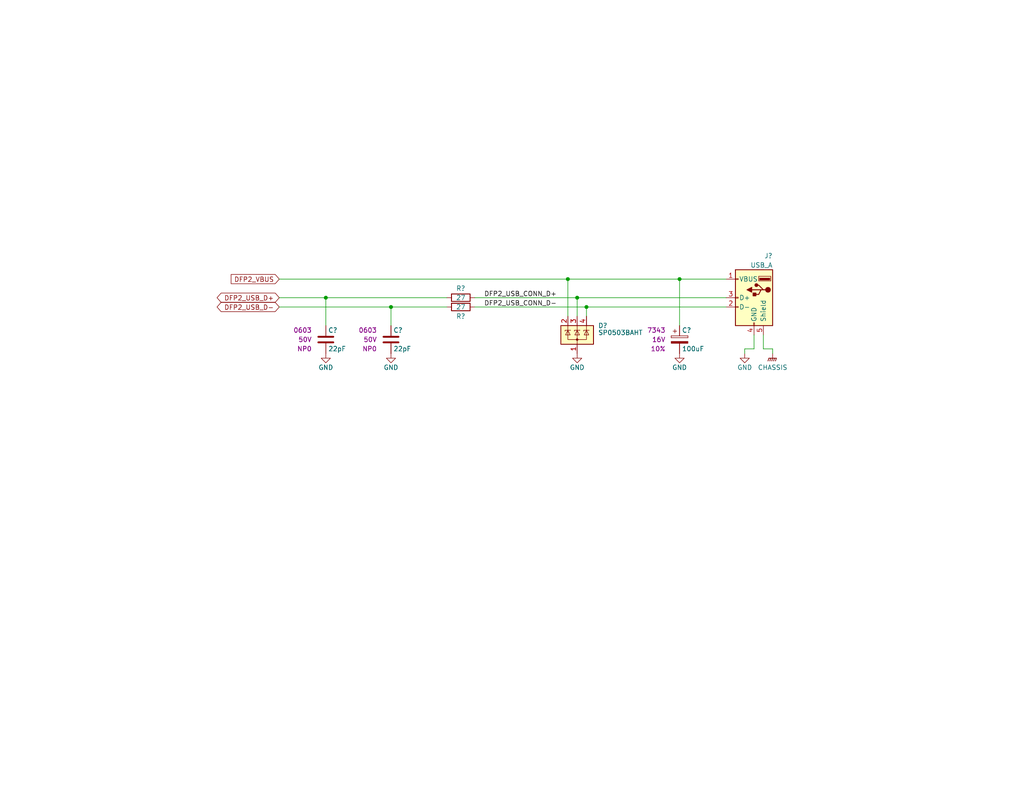
<source format=kicad_sch>
(kicad_sch (version 20230121) (generator eeschema)
  (paper "A")
  (title_block (title "USB Hub") (date "2023-08-18") (rev "PRELIM") (company "Drew Maatman"))
  (lib_symbols
    (symbol "Connector:USB_A" (pin_names (offset 1.016))
      (property "Reference" "J" (at -5.08 11.43 0))
      (property "Value" "USB_A" (at -5.08 8.89 0))
      (symbol "USB_A_0_1"
        (rectangle (start -5.08 -7.62) (end 5.08 7.62) (stroke (width 0.254)) (fill (type background)))
        (circle (center -3.81 2.159) (radius 0.635) (stroke (width 0.254)) (fill (type outline)))
        (rectangle (start -1.524 4.826) (end -4.318 5.334) (fill (type outline)))
        (rectangle (start -1.27 4.572) (end -4.572 5.842))
        (circle (center -0.635 3.429) (radius 0.381) (stroke (width 0.254)) (fill (type outline)))
        (rectangle (start -0.127 -7.62) (end 0.127 -6.858))
        (polyline (pts (xy -3.175 2.159) (xy -2.54 2.159) (xy -1.27 3.429) (xy -0.635 3.429)) (stroke (width 0.254)))
        (polyline (pts (xy -2.54 2.159) (xy -1.905 2.159) (xy -1.27 0.889) (xy 0 0.889)) (stroke (width 0.254)))
        (polyline (pts (xy 0.635 2.794) (xy 0.635 1.524) (xy 1.905 2.159) (xy 0.635 2.794)) (stroke (width 0.254)) (fill (type outline)))
        (rectangle (start 0.254 1.27) (end -0.508 0.508) (stroke (width 0.254)) (fill (type outline)))
        (rectangle (start 5.08 -2.667) (end 4.318 -2.413))
        (rectangle (start 5.08 -0.127) (end 4.318 0.127))
        (rectangle (start 5.08 4.953) (end 4.318 5.207))
      )
      (symbol "USB_A_1_1"
        (polyline (pts (xy -1.905 2.159) (xy 0.635 2.159)) (stroke (width 0.254)))
        (pin power_in line (at 7.62 5.08 180) (length 2.54) (name "VBUS") (number "1"))
        (pin bidirectional line (at 7.62 -2.54 180) (length 2.54) (name "D-") (number "2"))
        (pin bidirectional line (at 7.62 0 180) (length 2.54) (name "D+") (number "3"))
        (pin power_in line (at 0 -10.16 90) (length 2.54) (name "GND") (number "4"))
        (pin passive line (at -2.54 -10.16 90) (length 2.54) (name "Shield") (number "5"))
      )
    )
    (symbol "Custom Library:CHASSIS" (power) (pin_names (offset 0))
      (property "Value" "CHASSIS" (at 0 -3.81 0))
      (symbol "CHASSIS_0_1"
        (polyline (pts (xy 0 -1.27) (xy 0 0)))
        (polyline (pts (xy -1.016 -1.27) (xy -1.27 -2.032) (xy -1.27 -2.032)) (stroke (width 0.2032)))
        (polyline (pts (xy -0.508 -1.27) (xy -0.762 -2.032) (xy -0.762 -2.032)) (stroke (width 0.2032)))
        (polyline (pts (xy 0 -1.27) (xy -0.254 -2.032) (xy -0.254 -2.032)) (stroke (width 0.2032)))
        (polyline (pts (xy 0.508 -1.27) (xy 0.254 -2.032) (xy 0.254 -2.032)) (stroke (width 0.2032)))
        (polyline (pts (xy 1.016 -1.27) (xy -1.016 -1.27) (xy -1.016 -1.27)) (stroke (width 0.2032)))
        (polyline (pts (xy 1.016 -1.27) (xy 0.762 -2.032) (xy 0.762 -2.032) (xy 0.762 -2.032)) (stroke (width 0.2032)))
      )
      (symbol "CHASSIS_1_1"
        (pin power_in line (at 0 0 270) (length 0) hide (name "CHASSIS") (number "1"))
      )
    )
    (symbol "Custom_Library:CP_Tant_Custom" (pin_numbers hide) (pin_names (offset 0.254))
      (property "Reference" "C" (at 0.635 2.54 0))
      (property "Value" "CP_Tant_Custom" (at 0.635 -2.54 0))
      (property "display_footprint" "Foot" (at -3.81 2.54 0))
      (property "Voltage" "V" (at -3.81 0 0))
      (property "Tolerance" "Tol" (at -3.81 -2.54 0))
      (symbol "CP_Tant_Custom_0_1"
        (rectangle (start -2.286 0.508) (end -2.286 1.016))
        (rectangle (start -2.286 0.508) (end 2.286 0.508))
        (polyline (pts (xy -1.778 2.286) (xy -0.762 2.286)))
        (polyline (pts (xy -1.27 2.794) (xy -1.27 1.778)))
        (rectangle (start 2.286 -0.508) (end -2.286 -1.016) (fill (type outline)))
        (rectangle (start 2.286 1.016) (end -2.286 1.016))
        (rectangle (start 2.286 1.016) (end 2.286 0.508))
      )
      (symbol "CP_Tant_Custom_1_1"
        (pin passive line (at 0 3.81 270) (length 2.794) (name "~") (number "1"))
        (pin passive line (at 0 -3.81 90) (length 2.794) (name "~") (number "2"))
      )
    )
    (symbol "Custom_Library:C_Custom" (pin_numbers hide) (pin_names (offset 0.254))
      (property "Reference" "C" (at 0.635 2.54 0))
      (property "Value" "C_Custom" (at 0.635 -2.54 0))
      (property "display_footprint" "Foot" (at -3.81 2.54 0))
      (property "Voltage" "V" (at -3.81 0 0))
      (property "Dielectric" "Er" (at -3.81 -2.54 0))
      (symbol "C_Custom_0_1"
        (polyline (pts (xy -2.032 -0.762) (xy 2.032 -0.762)) (stroke (width 0.508)))
        (polyline (pts (xy -2.032 0.762) (xy 2.032 0.762)) (stroke (width 0.508)))
      )
      (symbol "C_Custom_1_1"
        (pin passive line (at 0 3.81 270) (length 2.794) (name "~") (number "1"))
        (pin passive line (at 0 -3.81 90) (length 2.794) (name "~") (number "2"))
      )
    )
    (symbol "Custom_Library:R_Custom" (pin_numbers hide) (pin_names (offset 1.016) hide)
      (property "Reference" "R" (at -2.54 0 90))
      (property "Value" "R_Custom" (at 0 0 90))
      (property "display_footprint" "Foot" (at 2.54 0 90))
      (property "Tolerance" "Tol" (at 5.08 0 90))
      (property "Wattage" "W" (at 7.62 0 90))
      (symbol "R_Custom_0_1"
        (rectangle (start 1.016 2.54) (end -1.016 -2.54) (stroke (width 0.254)))
      )
      (symbol "R_Custom_1_1"
        (pin passive line (at 0 3.81 270) (length 1.27) (name "1") (number "1"))
        (pin passive line (at 0 -3.81 90) (length 1.27) (name "2") (number "2"))
      )
    )
    (symbol "Power_Protection:SP0503BAHT" (pin_names hide)
      (property "Reference" "D" (at 5.715 2.54 0))
      (property "Value" "SP0503BAHT" (at 5.715 0.635 0))
      (symbol "SP0503BAHT_0_0"
        (pin passive line (at 0 -5.08 90) (length 2.54) (name "A") (number "1"))
      )
      (symbol "SP0503BAHT_0_1"
        (rectangle (start -4.445 2.54) (end 4.445 -2.54) (stroke (width 0.254)) (fill (type background)))
        (circle (center 0 -1.27) (radius 0.254) (fill (type outline)))
        (polyline (pts (xy -2.54 2.54) (xy -2.54 1.27)))
        (polyline (pts (xy 0 -1.27) (xy 0 -2.54)))
        (polyline (pts (xy 0 -1.27) (xy 0 1.27)))
        (polyline (pts (xy 0 2.54) (xy 0 1.27)))
        (polyline (pts (xy 0.635 1.27) (xy 0.762 1.27)))
        (polyline (pts (xy 2.54 2.54) (xy 2.54 1.27)))
        (polyline (pts (xy 0.635 1.27) (xy -0.762 1.27) (xy -0.762 1.016)))
        (polyline (pts (xy -3.302 1.016) (xy -3.302 1.27) (xy -1.905 1.27) (xy -1.778 1.27)))
        (polyline (pts (xy -2.54 1.27) (xy -2.54 -1.27) (xy 2.54 -1.27) (xy 2.54 1.27)))
        (polyline (pts (xy -2.54 1.27) (xy -1.905 0) (xy -3.175 0) (xy -2.54 1.27)))
        (polyline (pts (xy 0.635 0) (xy -0.635 0) (xy 0 1.27) (xy 0.635 0)))
        (polyline (pts (xy 1.778 1.016) (xy 1.778 1.27) (xy 3.175 1.27) (xy 3.302 1.27)))
        (polyline (pts (xy 2.54 1.27) (xy 1.905 0) (xy 3.175 0) (xy 2.54 1.27)))
      )
      (symbol "SP0503BAHT_1_1"
        (pin passive line (at -2.54 5.08 270) (length 2.54) (name "K") (number "2"))
        (pin passive line (at 0 5.08 270) (length 2.54) (name "K") (number "3"))
        (pin passive line (at 2.54 5.08 270) (length 2.54) (name "K") (number "4"))
      )
    )
    (symbol "power:GND" (power) (pin_names (offset 0))
      (property "Value" "GND" (at 0 -3.81 0))
      (symbol "GND_0_1"
        (polyline (pts (xy 0 0) (xy 0 -1.27) (xy 1.27 -1.27) (xy 0 -2.54) (xy -1.27 -1.27) (xy 0 -1.27)))
      )
      (symbol "GND_1_1"
        (pin power_in line (at 0 0 270) (length 0) hide (name "GND") (number "1"))
      )
    )
  )
  (junction (at 185.42 76.2))
  (junction (at 106.68 83.82))
  (junction (at 157.48 81.28))
  (junction (at 88.9 81.28))
  (junction (at 160.02 83.82))
  (junction (at 154.94 76.2))
  (wire (pts (xy 76.2 81.28) (xy 88.9 81.28)))
  (wire (pts (xy 106.68 83.82) (xy 106.68 88.9)))
  (wire (pts (xy 203.2 95.25) (xy 205.74 95.25)))
  (wire (pts (xy 160.02 83.82) (xy 160.02 86.36)))
  (wire (pts (xy 106.68 83.82) (xy 121.92 83.82)))
  (wire (pts (xy 88.9 81.28) (xy 121.92 81.28)))
  (wire (pts (xy 160.02 83.82) (xy 198.12 83.82)))
  (wire (pts (xy 157.48 81.28) (xy 198.12 81.28)))
  (wire (pts (xy 208.28 91.44) (xy 208.28 95.25)))
  (wire (pts (xy 129.54 83.82) (xy 160.02 83.82)))
  (wire (pts (xy 154.94 86.36) (xy 154.94 76.2)))
  (wire (pts (xy 210.82 96.52) (xy 210.82 95.25)))
  (wire (pts (xy 203.2 96.52) (xy 203.2 95.25)))
  (wire (pts (xy 76.2 83.82) (xy 106.68 83.82)))
  (wire (pts (xy 129.54 81.28) (xy 157.48 81.28)))
  (wire (pts (xy 185.42 76.2) (xy 185.42 88.9)))
  (wire (pts (xy 157.48 81.28) (xy 157.48 86.36)))
  (wire (pts (xy 205.74 95.25) (xy 205.74 91.44)))
  (wire (pts (xy 76.2 76.2) (xy 154.94 76.2)))
  (wire (pts (xy 154.94 76.2) (xy 185.42 76.2)))
  (wire (pts (xy 88.9 81.28) (xy 88.9 88.9)))
  (wire (pts (xy 210.82 95.25) (xy 208.28 95.25)))
  (wire (pts (xy 198.12 76.2) (xy 185.42 76.2)))
  (label "DFP2_USB_CONN_D+" (at 132.08 81.28 0))
  (label "DFP2_USB_CONN_D-" (at 132.08 83.82 0))
  (global_label "DFP2_USB_D+" (shape bidirectional) (at 76.2 81.28 180) (property "Intersheetrefs" "${INTERSHEET_REFS}" (effects hide)))
  (global_label "DFP2_USB_D-" (shape bidirectional) (at 76.2 83.82 180) (property "Intersheetrefs" "${INTERSHEET_REFS}" (effects hide)))
  (global_label "DFP2_VBUS" (shape input) (at 76.2 76.2 180) (property "Intersheetrefs" "${INTERSHEET_REFS}" (effects hide)))
  (symbol (lib_id "Connector:USB_A") (at 205.74 81.28 0) (mirror y) (unit 1)
    (property "Reference" "J?" (at 210.82 69.85 0) (effects (justify left)))
    (property "Value" "USB_A" (at 210.82 72.39 0) (effects (justify left)))
    (property "Datasheet" " ~" (effects hide))
  )
  (symbol (lib_id "Custom_Library:C_Custom") (at 106.68 92.71 0) (unit 1)
    (property "Reference" "C?" (at 107.315 90.17 0) (effects (justify left)))
    (property "Value" "22pF" (at 107.315 95.25 0) (effects (justify left)))
    (property "Footprint" "Capacitors_SMD:C_0603" (effects hide))
    (property "display_footprint" "0603" (at 102.87 90.17 0) (effects (justify right)))
    (property "Voltage" "50V" (at 102.87 92.71 0) (effects (justify right)))
    (property "Dielectric" "NP0" (at 102.87 95.25 0) (effects (justify right)))
  )
  (symbol (lib_id "power:GND") (at 157.48 96.52 0) (unit 1)
    (property "Reference" "#PWR?" (effects hide))
    (property "Value" "GND" (at 157.48 100.33 0))
    (instances (project "USB_Hub" (path "" (reference "#PWR?") (unit 1)) (path "" (reference "#PWR01503") (unit 1)) (path "" (reference "#PWR01703") (unit 1))))
  )
  (symbol (lib_id "power:GND") (at 203.2 96.52 0) (unit 1)
    (property "Reference" "#PWR?" (effects hide))
    (property "Value" "GND" (at 203.2 100.33 0))
    (instances (project "USB_Hub" (path "" (reference "#PWR?") (unit 1)) (path "" (reference "#PWR01502") (unit 1)) (path "" (reference "#PWR01705") (unit 1))))
  )
  (symbol (lib_id "Custom Library:CHASSIS") (at 210.82 96.52 0) (unit 1)
    (property "Reference" "#PWR01506" (effects hide))
    (property "Value" "CHASSIS" (at 210.82 100.33 0))
    (instances (project "USB_Hub" (path "" (reference "#PWR01506") (unit 1)) (path "" (reference "#PWR01706") (unit 1))))
  )
  (symbol (lib_id "power:GND") (at 88.9 96.52 0) (unit 1)
    (property "Reference" "#PWR?" (effects hide))
    (property "Value" "GND" (at 88.9 100.33 0))
    (instances (project "USB_Hub" (path "" (reference "#PWR?") (unit 1)) (path "" (reference "#PWR01505") (unit 1)) (path "" (reference "#PWR01701") (unit 1))))
  )
  (symbol (lib_id "Custom_Library:R_Custom") (at 125.73 83.82 270) (unit 1)
    (property "Reference" "R?" (at 125.73 86.36 90))
    (property "Value" "27" (at 125.73 83.82 90))
    (property "Footprint" "Resistors_SMD:R_0603" (effects hide))
    (property "display_footprint" "0603" (effects hide))
    (property "Tolerance" "1%" (effects hide))
    (property "Wattage" "1/10W" (effects hide))
    (property "Digi-Key PN" "311-27.0HRCT-ND" (effects hide))
  )
  (symbol (lib_id "Custom_Library:C_Custom") (at 88.9 92.71 0) (unit 1)
    (property "Reference" "C?" (at 89.535 90.17 0) (effects (justify left)))
    (property "Value" "22pF" (at 89.535 95.25 0) (effects (justify left)))
    (property "Footprint" "Capacitors_SMD:C_0603" (effects hide))
    (property "display_footprint" "0603" (at 85.09 90.17 0) (effects (justify right)))
    (property "Voltage" "50V" (at 85.09 92.71 0) (effects (justify right)))
    (property "Dielectric" "NP0" (at 85.09 95.25 0) (effects (justify right)))
  )
  (symbol (lib_id "power:GND") (at 106.68 96.52 0) (unit 1)
    (property "Reference" "#PWR?" (effects hide))
    (property "Value" "GND" (at 106.68 100.33 0))
    (instances (project "USB_Hub" (path "" (reference "#PWR?") (unit 1)) (path "" (reference "#PWR01504") (unit 1)) (path "" (reference "#PWR01702") (unit 1))))
  )
  (symbol (lib_id "Custom_Library:R_Custom") (at 125.73 81.28 270) (mirror x) (unit 1)
    (property "Reference" "R?" (at 125.73 78.74 90))
    (property "Value" "27" (at 125.73 81.28 90))
    (property "Footprint" "Resistors_SMD:R_0603" (effects hide))
    (property "display_footprint" "0603" (effects hide))
    (property "Tolerance" "1%" (effects hide))
    (property "Wattage" "1/10W" (effects hide))
    (property "Digi-Key PN" "311-27.0HRCT-ND" (effects hide))
  )
  (symbol (lib_id "Power_Protection:SP0503BAHT") (at 157.48 91.44 0) (unit 1)
    (property "Reference" "D?" (at 163.195 88.9 0) (effects (justify left)))
    (property "Value" "SP0503BAHT" (at 163.195 90.805 0) (effects (justify left)))
    (property "Footprint" "Package_TO_SOT_SMD:SOT-143" (effects hide))
    (property "Datasheet" "http://www.littelfuse.com/~/media/files/littelfuse/technical%20resources/documents/data%20sheets/sp05xxba.pdf" (effects hide))
  )
  (symbol (lib_id "Custom_Library:CP_Tant_Custom") (at 185.42 92.71 0) (unit 1)
    (property "Reference" "C?" (at 186.055 90.17 0) (effects (justify left)))
    (property "Value" "100uF" (at 186.055 95.25 0) (effects (justify left)))
    (property "Footprint" "Capacitors_Tantalum_SMD:CP_Tantalum_Case-X_EIA-7343-43_Reflow" (effects hide))
    (property "Digi-Key PN" "718-1102-1-ND" (effects hide))
    (property "display_footprint" "7343" (at 181.61 90.17 0) (effects (justify right)))
    (property "Voltage" "16V" (at 181.61 92.71 0) (effects (justify right)))
    (property "Tolerance" "10%" (at 181.61 95.25 0) (effects (justify right)))
  )
  (symbol (lib_id "power:GND") (at 185.42 96.52 0) (unit 1)
    (property "Reference" "#PWR?" (effects hide))
    (property "Value" "GND" (at 185.42 100.33 0))
    (instances (project "USB_Hub" (path "" (reference "#PWR?") (unit 1)) (path "" (reference "#PWR01501") (unit 1)) (path "" (reference "#PWR01704") (unit 1))))
  )
)
</source>
